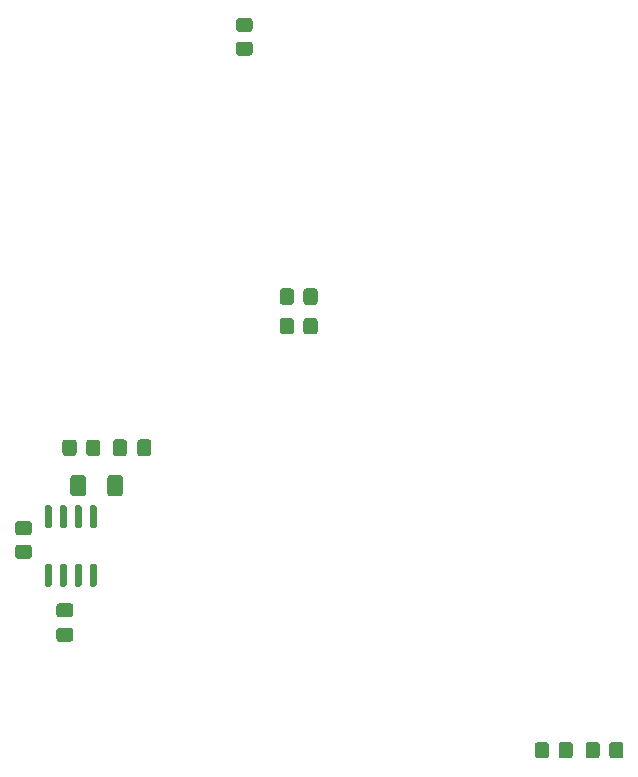
<source format=gbr>
%TF.GenerationSoftware,KiCad,Pcbnew,(5.1.10)-1*%
%TF.CreationDate,2023-09-30T19:16:06-07:00*%
%TF.ProjectId,PacmanClock_ESP32_SPI_v1_6,5061636d-616e-4436-9c6f-636b5f455350,1.6*%
%TF.SameCoordinates,Original*%
%TF.FileFunction,Paste,Top*%
%TF.FilePolarity,Positive*%
%FSLAX46Y46*%
G04 Gerber Fmt 4.6, Leading zero omitted, Abs format (unit mm)*
G04 Created by KiCad (PCBNEW (5.1.10)-1) date 2023-09-30 19:16:06*
%MOMM*%
%LPD*%
G01*
G04 APERTURE LIST*
G04 APERTURE END LIST*
%TO.C,U1*%
G36*
G01*
X143255000Y-108600000D02*
X143555000Y-108600000D01*
G75*
G02*
X143705000Y-108750000I0J-150000D01*
G01*
X143705000Y-110400000D01*
G75*
G02*
X143555000Y-110550000I-150000J0D01*
G01*
X143255000Y-110550000D01*
G75*
G02*
X143105000Y-110400000I0J150000D01*
G01*
X143105000Y-108750000D01*
G75*
G02*
X143255000Y-108600000I150000J0D01*
G01*
G37*
G36*
G01*
X141985000Y-108600000D02*
X142285000Y-108600000D01*
G75*
G02*
X142435000Y-108750000I0J-150000D01*
G01*
X142435000Y-110400000D01*
G75*
G02*
X142285000Y-110550000I-150000J0D01*
G01*
X141985000Y-110550000D01*
G75*
G02*
X141835000Y-110400000I0J150000D01*
G01*
X141835000Y-108750000D01*
G75*
G02*
X141985000Y-108600000I150000J0D01*
G01*
G37*
G36*
G01*
X140715000Y-108600000D02*
X141015000Y-108600000D01*
G75*
G02*
X141165000Y-108750000I0J-150000D01*
G01*
X141165000Y-110400000D01*
G75*
G02*
X141015000Y-110550000I-150000J0D01*
G01*
X140715000Y-110550000D01*
G75*
G02*
X140565000Y-110400000I0J150000D01*
G01*
X140565000Y-108750000D01*
G75*
G02*
X140715000Y-108600000I150000J0D01*
G01*
G37*
G36*
G01*
X139445000Y-108600000D02*
X139745000Y-108600000D01*
G75*
G02*
X139895000Y-108750000I0J-150000D01*
G01*
X139895000Y-110400000D01*
G75*
G02*
X139745000Y-110550000I-150000J0D01*
G01*
X139445000Y-110550000D01*
G75*
G02*
X139295000Y-110400000I0J150000D01*
G01*
X139295000Y-108750000D01*
G75*
G02*
X139445000Y-108600000I150000J0D01*
G01*
G37*
G36*
G01*
X139445000Y-103650000D02*
X139745000Y-103650000D01*
G75*
G02*
X139895000Y-103800000I0J-150000D01*
G01*
X139895000Y-105450000D01*
G75*
G02*
X139745000Y-105600000I-150000J0D01*
G01*
X139445000Y-105600000D01*
G75*
G02*
X139295000Y-105450000I0J150000D01*
G01*
X139295000Y-103800000D01*
G75*
G02*
X139445000Y-103650000I150000J0D01*
G01*
G37*
G36*
G01*
X140715000Y-103650000D02*
X141015000Y-103650000D01*
G75*
G02*
X141165000Y-103800000I0J-150000D01*
G01*
X141165000Y-105450000D01*
G75*
G02*
X141015000Y-105600000I-150000J0D01*
G01*
X140715000Y-105600000D01*
G75*
G02*
X140565000Y-105450000I0J150000D01*
G01*
X140565000Y-103800000D01*
G75*
G02*
X140715000Y-103650000I150000J0D01*
G01*
G37*
G36*
G01*
X141985000Y-103650000D02*
X142285000Y-103650000D01*
G75*
G02*
X142435000Y-103800000I0J-150000D01*
G01*
X142435000Y-105450000D01*
G75*
G02*
X142285000Y-105600000I-150000J0D01*
G01*
X141985000Y-105600000D01*
G75*
G02*
X141835000Y-105450000I0J150000D01*
G01*
X141835000Y-103800000D01*
G75*
G02*
X141985000Y-103650000I150000J0D01*
G01*
G37*
G36*
G01*
X143255000Y-103650000D02*
X143555000Y-103650000D01*
G75*
G02*
X143705000Y-103800000I0J-150000D01*
G01*
X143705000Y-105450000D01*
G75*
G02*
X143555000Y-105600000I-150000J0D01*
G01*
X143255000Y-105600000D01*
G75*
G02*
X143105000Y-105450000I0J150000D01*
G01*
X143105000Y-103800000D01*
G75*
G02*
X143255000Y-103650000I150000J0D01*
G01*
G37*
%TD*%
%TO.C,C6*%
G36*
G01*
X140525000Y-114050000D02*
X141475000Y-114050000D01*
G75*
G02*
X141725000Y-114300000I0J-250000D01*
G01*
X141725000Y-114975000D01*
G75*
G02*
X141475000Y-115225000I-250000J0D01*
G01*
X140525000Y-115225000D01*
G75*
G02*
X140275000Y-114975000I0J250000D01*
G01*
X140275000Y-114300000D01*
G75*
G02*
X140525000Y-114050000I250000J0D01*
G01*
G37*
G36*
G01*
X140525000Y-111975000D02*
X141475000Y-111975000D01*
G75*
G02*
X141725000Y-112225000I0J-250000D01*
G01*
X141725000Y-112900000D01*
G75*
G02*
X141475000Y-113150000I-250000J0D01*
G01*
X140525000Y-113150000D01*
G75*
G02*
X140275000Y-112900000I0J250000D01*
G01*
X140275000Y-112225000D01*
G75*
G02*
X140525000Y-111975000I250000J0D01*
G01*
G37*
%TD*%
%TO.C,C2*%
G36*
G01*
X142800000Y-101349998D02*
X142800000Y-102650002D01*
G75*
G02*
X142550002Y-102900000I-249998J0D01*
G01*
X141724998Y-102900000D01*
G75*
G02*
X141475000Y-102650002I0J249998D01*
G01*
X141475000Y-101349998D01*
G75*
G02*
X141724998Y-101100000I249998J0D01*
G01*
X142550002Y-101100000D01*
G75*
G02*
X142800000Y-101349998I0J-249998D01*
G01*
G37*
G36*
G01*
X145925000Y-101349998D02*
X145925000Y-102650002D01*
G75*
G02*
X145675002Y-102900000I-249998J0D01*
G01*
X144849998Y-102900000D01*
G75*
G02*
X144600000Y-102650002I0J249998D01*
G01*
X144600000Y-101349998D01*
G75*
G02*
X144849998Y-101100000I249998J0D01*
G01*
X145675002Y-101100000D01*
G75*
G02*
X145925000Y-101349998I0J-249998D01*
G01*
G37*
%TD*%
%TO.C,C1*%
G36*
G01*
X146250000Y-98325000D02*
X146250000Y-99275000D01*
G75*
G02*
X146000000Y-99525000I-250000J0D01*
G01*
X145325000Y-99525000D01*
G75*
G02*
X145075000Y-99275000I0J250000D01*
G01*
X145075000Y-98325000D01*
G75*
G02*
X145325000Y-98075000I250000J0D01*
G01*
X146000000Y-98075000D01*
G75*
G02*
X146250000Y-98325000I0J-250000D01*
G01*
G37*
G36*
G01*
X148325000Y-98325000D02*
X148325000Y-99275000D01*
G75*
G02*
X148075000Y-99525000I-250000J0D01*
G01*
X147400000Y-99525000D01*
G75*
G02*
X147150000Y-99275000I0J250000D01*
G01*
X147150000Y-98325000D01*
G75*
G02*
X147400000Y-98075000I250000J0D01*
G01*
X148075000Y-98075000D01*
G75*
G02*
X148325000Y-98325000I0J-250000D01*
G01*
G37*
%TD*%
%TO.C,R11*%
G36*
G01*
X187100000Y-124850001D02*
X187100000Y-123949999D01*
G75*
G02*
X187349999Y-123700000I249999J0D01*
G01*
X188050001Y-123700000D01*
G75*
G02*
X188300000Y-123949999I0J-249999D01*
G01*
X188300000Y-124850001D01*
G75*
G02*
X188050001Y-125100000I-249999J0D01*
G01*
X187349999Y-125100000D01*
G75*
G02*
X187100000Y-124850001I0J249999D01*
G01*
G37*
G36*
G01*
X185100000Y-124850001D02*
X185100000Y-123949999D01*
G75*
G02*
X185349999Y-123700000I249999J0D01*
G01*
X186050001Y-123700000D01*
G75*
G02*
X186300000Y-123949999I0J-249999D01*
G01*
X186300000Y-124850001D01*
G75*
G02*
X186050001Y-125100000I-249999J0D01*
G01*
X185349999Y-125100000D01*
G75*
G02*
X185100000Y-124850001I0J249999D01*
G01*
G37*
%TD*%
%TO.C,R10*%
G36*
G01*
X137049999Y-107000000D02*
X137950001Y-107000000D01*
G75*
G02*
X138200000Y-107249999I0J-249999D01*
G01*
X138200000Y-107950001D01*
G75*
G02*
X137950001Y-108200000I-249999J0D01*
G01*
X137049999Y-108200000D01*
G75*
G02*
X136800000Y-107950001I0J249999D01*
G01*
X136800000Y-107249999D01*
G75*
G02*
X137049999Y-107000000I249999J0D01*
G01*
G37*
G36*
G01*
X137049999Y-105000000D02*
X137950001Y-105000000D01*
G75*
G02*
X138200000Y-105249999I0J-249999D01*
G01*
X138200000Y-105950001D01*
G75*
G02*
X137950001Y-106200000I-249999J0D01*
G01*
X137049999Y-106200000D01*
G75*
G02*
X136800000Y-105950001I0J249999D01*
G01*
X136800000Y-105249999D01*
G75*
G02*
X137049999Y-105000000I249999J0D01*
G01*
G37*
%TD*%
%TO.C,R8*%
G36*
G01*
X142800000Y-99250001D02*
X142800000Y-98349999D01*
G75*
G02*
X143049999Y-98100000I249999J0D01*
G01*
X143750001Y-98100000D01*
G75*
G02*
X144000000Y-98349999I0J-249999D01*
G01*
X144000000Y-99250001D01*
G75*
G02*
X143750001Y-99500000I-249999J0D01*
G01*
X143049999Y-99500000D01*
G75*
G02*
X142800000Y-99250001I0J249999D01*
G01*
G37*
G36*
G01*
X140800000Y-99250001D02*
X140800000Y-98349999D01*
G75*
G02*
X141049999Y-98100000I249999J0D01*
G01*
X141750001Y-98100000D01*
G75*
G02*
X142000000Y-98349999I0J-249999D01*
G01*
X142000000Y-99250001D01*
G75*
G02*
X141750001Y-99500000I-249999J0D01*
G01*
X141049999Y-99500000D01*
G75*
G02*
X140800000Y-99250001I0J249999D01*
G01*
G37*
%TD*%
%TO.C,R7*%
G36*
G01*
X160400000Y-88049999D02*
X160400000Y-88950001D01*
G75*
G02*
X160150001Y-89200000I-249999J0D01*
G01*
X159449999Y-89200000D01*
G75*
G02*
X159200000Y-88950001I0J249999D01*
G01*
X159200000Y-88049999D01*
G75*
G02*
X159449999Y-87800000I249999J0D01*
G01*
X160150001Y-87800000D01*
G75*
G02*
X160400000Y-88049999I0J-249999D01*
G01*
G37*
G36*
G01*
X162400000Y-88049999D02*
X162400000Y-88950001D01*
G75*
G02*
X162150001Y-89200000I-249999J0D01*
G01*
X161449999Y-89200000D01*
G75*
G02*
X161200000Y-88950001I0J249999D01*
G01*
X161200000Y-88049999D01*
G75*
G02*
X161449999Y-87800000I249999J0D01*
G01*
X162150001Y-87800000D01*
G75*
G02*
X162400000Y-88049999I0J-249999D01*
G01*
G37*
%TD*%
%TO.C,R6*%
G36*
G01*
X182000000Y-123949999D02*
X182000000Y-124850001D01*
G75*
G02*
X181750001Y-125100000I-249999J0D01*
G01*
X181049999Y-125100000D01*
G75*
G02*
X180800000Y-124850001I0J249999D01*
G01*
X180800000Y-123949999D01*
G75*
G02*
X181049999Y-123700000I249999J0D01*
G01*
X181750001Y-123700000D01*
G75*
G02*
X182000000Y-123949999I0J-249999D01*
G01*
G37*
G36*
G01*
X184000000Y-123949999D02*
X184000000Y-124850001D01*
G75*
G02*
X183750001Y-125100000I-249999J0D01*
G01*
X183049999Y-125100000D01*
G75*
G02*
X182800000Y-124850001I0J249999D01*
G01*
X182800000Y-123949999D01*
G75*
G02*
X183049999Y-123700000I249999J0D01*
G01*
X183750001Y-123700000D01*
G75*
G02*
X184000000Y-123949999I0J-249999D01*
G01*
G37*
%TD*%
%TO.C,R2*%
G36*
G01*
X156650001Y-63600000D02*
X155749999Y-63600000D01*
G75*
G02*
X155500000Y-63350001I0J249999D01*
G01*
X155500000Y-62649999D01*
G75*
G02*
X155749999Y-62400000I249999J0D01*
G01*
X156650001Y-62400000D01*
G75*
G02*
X156900000Y-62649999I0J-249999D01*
G01*
X156900000Y-63350001D01*
G75*
G02*
X156650001Y-63600000I-249999J0D01*
G01*
G37*
G36*
G01*
X156650001Y-65600000D02*
X155749999Y-65600000D01*
G75*
G02*
X155500000Y-65350001I0J249999D01*
G01*
X155500000Y-64649999D01*
G75*
G02*
X155749999Y-64400000I249999J0D01*
G01*
X156650001Y-64400000D01*
G75*
G02*
X156900000Y-64649999I0J-249999D01*
G01*
X156900000Y-65350001D01*
G75*
G02*
X156650001Y-65600000I-249999J0D01*
G01*
G37*
%TD*%
%TO.C,R1*%
G36*
G01*
X160400000Y-85549999D02*
X160400000Y-86450001D01*
G75*
G02*
X160150001Y-86700000I-249999J0D01*
G01*
X159449999Y-86700000D01*
G75*
G02*
X159200000Y-86450001I0J249999D01*
G01*
X159200000Y-85549999D01*
G75*
G02*
X159449999Y-85300000I249999J0D01*
G01*
X160150001Y-85300000D01*
G75*
G02*
X160400000Y-85549999I0J-249999D01*
G01*
G37*
G36*
G01*
X162400000Y-85549999D02*
X162400000Y-86450001D01*
G75*
G02*
X162150001Y-86700000I-249999J0D01*
G01*
X161449999Y-86700000D01*
G75*
G02*
X161200000Y-86450001I0J249999D01*
G01*
X161200000Y-85549999D01*
G75*
G02*
X161449999Y-85300000I249999J0D01*
G01*
X162150001Y-85300000D01*
G75*
G02*
X162400000Y-85549999I0J-249999D01*
G01*
G37*
%TD*%
M02*

</source>
